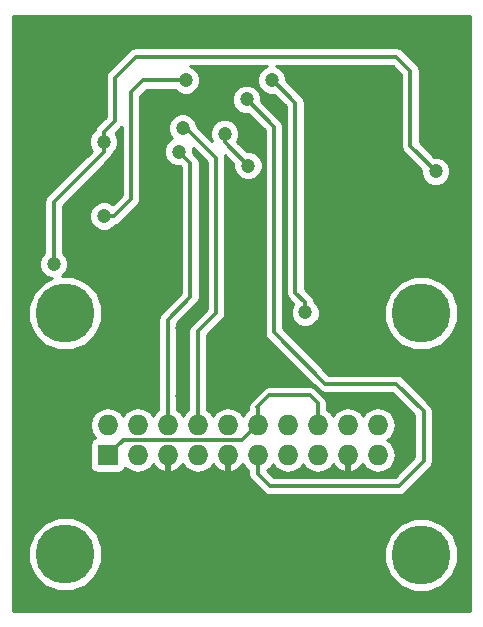
<source format=gbr>
G04 #@! TF.FileFunction,Copper,L2,Bot,Signal*
%FSLAX46Y46*%
G04 Gerber Fmt 4.6, Leading zero omitted, Abs format (unit mm)*
G04 Created by KiCad (PCBNEW 4.0.6) date 07/10/17 07:09:45*
%MOMM*%
%LPD*%
G01*
G04 APERTURE LIST*
%ADD10C,0.100000*%
%ADD11C,5.000000*%
%ADD12R,1.727200X1.727200*%
%ADD13O,1.727200X1.727200*%
%ADD14C,1.200000*%
%ADD15C,0.300000*%
%ADD16C,0.254000*%
G04 APERTURE END LIST*
D10*
D11*
X164590000Y-144750000D03*
X134450000Y-144690000D03*
D12*
X138060000Y-136280000D03*
D13*
X138060000Y-133740000D03*
X140600000Y-136280000D03*
X140600000Y-133740000D03*
X143140000Y-136280000D03*
X143140000Y-133740000D03*
X145680000Y-136280000D03*
X145680000Y-133740000D03*
X148220000Y-136280000D03*
X148220000Y-133740000D03*
X150760000Y-136280000D03*
X150760000Y-133740000D03*
X153300000Y-136280000D03*
X153300000Y-133740000D03*
X155840000Y-136280000D03*
X155840000Y-133740000D03*
X158380000Y-136280000D03*
X158380000Y-133740000D03*
X160920000Y-136280000D03*
X160920000Y-133740000D03*
D11*
X164590000Y-124280000D03*
X134450000Y-124280000D03*
D14*
X147960000Y-109090000D03*
X149940000Y-111770000D03*
X152540000Y-141430000D03*
X150170000Y-141390000D03*
X147900000Y-141390000D03*
X145470000Y-141380000D03*
X143160000Y-141380000D03*
X144360000Y-131290000D03*
X144360000Y-125540000D03*
X141400000Y-127760000D03*
X140160000Y-128960000D03*
X141250000Y-118180000D03*
X141250000Y-119780000D03*
X136430000Y-131870000D03*
X136400000Y-130360000D03*
X132500000Y-130360000D03*
X159290000Y-122310000D03*
X157220000Y-122310000D03*
X157220000Y-120620000D03*
X159290000Y-120620000D03*
X159290000Y-116670000D03*
X157790000Y-116670000D03*
X167850000Y-104850000D03*
X149260000Y-100960000D03*
X167850000Y-102880000D03*
X167850000Y-100960000D03*
X166010000Y-99800000D03*
X163470000Y-99800000D03*
X160320000Y-99800000D03*
X150250000Y-99800000D03*
X147720000Y-99800000D03*
X130890000Y-104850000D03*
X130890000Y-102880000D03*
X130890000Y-100960000D03*
X132420000Y-99800000D03*
X134560000Y-99800000D03*
X136620000Y-99800000D03*
X138220000Y-102480000D03*
X144060000Y-110590000D03*
X144390000Y-108600000D03*
X149810000Y-106170000D03*
X151940000Y-104530000D03*
X154770000Y-124210000D03*
X165810000Y-112250000D03*
X133480000Y-120100000D03*
X137730000Y-109760000D03*
X144660000Y-104540000D03*
X137730000Y-116050000D03*
D15*
X147960000Y-109790000D02*
X147960000Y-109090000D01*
X149940000Y-111770000D02*
X147960000Y-109790000D01*
X150170000Y-141390000D02*
X152500000Y-141390000D01*
X152500000Y-141390000D02*
X152540000Y-141430000D01*
X145470000Y-141380000D02*
X147890000Y-141380000D01*
X147890000Y-141380000D02*
X147900000Y-141390000D01*
X143160000Y-137521314D02*
X143160000Y-141380000D01*
X143140000Y-136280000D02*
X143140000Y-137501314D01*
X143140000Y-137501314D02*
X143160000Y-137521314D01*
X144360000Y-125540000D02*
X144360000Y-131270000D01*
X144360000Y-131270000D02*
X144340000Y-131290000D01*
X137268528Y-130380000D02*
X138740000Y-130380000D01*
X138740000Y-130380000D02*
X140160000Y-128960000D01*
X136400000Y-130360000D02*
X137248528Y-130360000D01*
X137248528Y-130360000D02*
X137268528Y-130380000D01*
X134860000Y-129520000D02*
X141250000Y-123130000D01*
X141250000Y-123130000D02*
X141250000Y-119780000D01*
X134860000Y-131460000D02*
X134860000Y-129520000D01*
X135270000Y-131870000D02*
X134860000Y-131460000D01*
X136430000Y-131870000D02*
X135270000Y-131870000D01*
X133378528Y-130330000D02*
X136370000Y-130330000D01*
X136370000Y-130330000D02*
X136400000Y-130360000D01*
X132500000Y-130360000D02*
X133348528Y-130360000D01*
X133348528Y-130360000D02*
X133378528Y-130330000D01*
X158068528Y-122310000D02*
X159390000Y-122310000D01*
X157220000Y-122310000D02*
X158068528Y-122310000D01*
X159290000Y-117518528D02*
X159290000Y-120620000D01*
X159290000Y-116670000D02*
X159290000Y-117518528D01*
X157790000Y-116640000D02*
X159260000Y-116640000D01*
X159260000Y-116640000D02*
X159290000Y-116670000D01*
X167850000Y-103010000D02*
X167850000Y-105030000D01*
X167850000Y-100910000D02*
X167850000Y-103010000D01*
X163470000Y-99800000D02*
X166010000Y-99800000D01*
X150250000Y-99760000D02*
X160260000Y-99760000D01*
X160260000Y-99760000D02*
X160320000Y-99820000D01*
X136620000Y-99820000D02*
X147660000Y-99820000D01*
X147660000Y-99820000D02*
X147720000Y-99760000D01*
X130890000Y-100960000D02*
X130890000Y-102850000D01*
X130890000Y-102850000D02*
X130860000Y-102880000D01*
X133711472Y-99800000D02*
X132420000Y-99800000D01*
X134560000Y-99800000D02*
X133711472Y-99800000D01*
X138220000Y-102480000D02*
X136620000Y-100880000D01*
X136620000Y-100880000D02*
X136620000Y-99820000D01*
X150736399Y-133713601D02*
X149410000Y-135040000D01*
X139040000Y-135340000D02*
X139000000Y-135340000D01*
X149440000Y-135010000D02*
X139320000Y-135010000D01*
X139313601Y-135066399D02*
X139040000Y-135340000D01*
X139000000Y-135340000D02*
X138060000Y-136280000D01*
X150730000Y-132230000D02*
X150760000Y-132260000D01*
X150760000Y-132260000D02*
X150760000Y-133740000D01*
X151740000Y-131220000D02*
X150730000Y-132230000D01*
X155150000Y-131220000D02*
X151740000Y-131220000D01*
X155840000Y-131910000D02*
X155150000Y-131220000D01*
X155840000Y-133740000D02*
X155840000Y-131910000D01*
X143140000Y-133740000D02*
X143140000Y-124810000D01*
X145060000Y-111590000D02*
X144060000Y-110590000D01*
X145060000Y-122890000D02*
X145060000Y-111590000D01*
X143140000Y-124810000D02*
X145060000Y-122890000D01*
X145680000Y-133740000D02*
X145680000Y-125820000D01*
X144670000Y-108600000D02*
X144390000Y-108600000D01*
X147220000Y-111150000D02*
X144670000Y-108600000D01*
X147220000Y-124280000D02*
X147220000Y-111150000D01*
X145680000Y-125820000D02*
X147220000Y-124280000D01*
X149810000Y-106170000D02*
X152120000Y-108480000D01*
X156490000Y-130250000D02*
X162480000Y-130250000D01*
X152120000Y-108480000D02*
X152120000Y-125880000D01*
X152120000Y-125880000D02*
X156490000Y-130250000D01*
X162480000Y-130250000D02*
X164800000Y-132570000D01*
X164800000Y-132570000D02*
X164800000Y-136800000D01*
X164800000Y-136800000D02*
X162690000Y-138910000D01*
X162690000Y-138910000D02*
X151810000Y-138910000D01*
X151810000Y-138910000D02*
X150760000Y-137860000D01*
X150760000Y-137860000D02*
X150760000Y-136280000D01*
X153950000Y-106440000D02*
X152040000Y-104530000D01*
X152040000Y-104530000D02*
X151940000Y-104530000D01*
X153950000Y-122541472D02*
X153950000Y-106440000D01*
X154770000Y-124210000D02*
X154770000Y-123361472D01*
X154770000Y-123361472D02*
X153950000Y-122541472D01*
X137730000Y-109760000D02*
X137730000Y-108911472D01*
X138660000Y-107981472D02*
X138660000Y-104340000D01*
X137730000Y-108911472D02*
X138660000Y-107981472D01*
X138660000Y-104340000D02*
X140440000Y-102560000D01*
X140440000Y-102560000D02*
X162500000Y-102560000D01*
X162500000Y-102560000D02*
X163680000Y-103740000D01*
X163680000Y-103740000D02*
X163680000Y-110120000D01*
X163680000Y-110120000D02*
X165810000Y-112250000D01*
X133480000Y-114858528D02*
X133480000Y-120100000D01*
X137730000Y-109760000D02*
X137730000Y-110608528D01*
X137730000Y-110608528D02*
X133480000Y-114858528D01*
X141030000Y-104570000D02*
X144630000Y-104570000D01*
X144630000Y-104570000D02*
X144660000Y-104540000D01*
X140018528Y-105581472D02*
X141030000Y-104570000D01*
X140018528Y-114610000D02*
X140018528Y-105581472D01*
X137730000Y-116050000D02*
X138578528Y-116050000D01*
X138578528Y-116050000D02*
X140018528Y-114610000D01*
D16*
G36*
X168760000Y-99116651D02*
X168760000Y-149450000D01*
X130040000Y-149450000D01*
X130040000Y-149190000D01*
X130039005Y-149185000D01*
X130040000Y-149180000D01*
X130040000Y-145310854D01*
X131314457Y-145310854D01*
X131790727Y-146463515D01*
X132671847Y-147346174D01*
X133823674Y-147824454D01*
X135070854Y-147825543D01*
X136223515Y-147349273D01*
X137106174Y-146468153D01*
X137561812Y-145370854D01*
X161454457Y-145370854D01*
X161930727Y-146523515D01*
X162811847Y-147406174D01*
X163963674Y-147884454D01*
X165210854Y-147885543D01*
X166363515Y-147409273D01*
X167246174Y-146528153D01*
X167724454Y-145376326D01*
X167725543Y-144129146D01*
X167249273Y-142976485D01*
X166368153Y-142093826D01*
X165216326Y-141615546D01*
X163969146Y-141614457D01*
X162816485Y-142090727D01*
X161933826Y-142971847D01*
X161455546Y-144123674D01*
X161454457Y-145370854D01*
X137561812Y-145370854D01*
X137584454Y-145316326D01*
X137585543Y-144069146D01*
X137109273Y-142916485D01*
X136228153Y-142033826D01*
X135076326Y-141555546D01*
X133829146Y-141554457D01*
X132676485Y-142030727D01*
X131793826Y-142911847D01*
X131315546Y-144063674D01*
X131314457Y-145310854D01*
X130040000Y-145310854D01*
X130040000Y-133740000D01*
X136532041Y-133740000D01*
X136646115Y-134313489D01*
X136970971Y-134799670D01*
X136984642Y-134808805D01*
X136961083Y-134813238D01*
X136744959Y-134952310D01*
X136599969Y-135164510D01*
X136548960Y-135416400D01*
X136548960Y-137143600D01*
X136593238Y-137378917D01*
X136732310Y-137595041D01*
X136944510Y-137740031D01*
X137196400Y-137791040D01*
X138923600Y-137791040D01*
X139158917Y-137746762D01*
X139375041Y-137607690D01*
X139520031Y-137395490D01*
X139528908Y-137351655D01*
X139997152Y-137664526D01*
X140570641Y-137778600D01*
X140629359Y-137778600D01*
X141202848Y-137664526D01*
X141689029Y-137339670D01*
X141869992Y-137068839D01*
X142251510Y-137486821D01*
X142780973Y-137734968D01*
X143013000Y-137614469D01*
X143013000Y-136407000D01*
X142993000Y-136407000D01*
X142993000Y-136153000D01*
X143013000Y-136153000D01*
X143013000Y-136133000D01*
X143267000Y-136133000D01*
X143267000Y-136153000D01*
X143287000Y-136153000D01*
X143287000Y-136407000D01*
X143267000Y-136407000D01*
X143267000Y-137614469D01*
X143499027Y-137734968D01*
X144028490Y-137486821D01*
X144410008Y-137068839D01*
X144590971Y-137339670D01*
X145077152Y-137664526D01*
X145650641Y-137778600D01*
X145709359Y-137778600D01*
X146282848Y-137664526D01*
X146769029Y-137339670D01*
X146949992Y-137068839D01*
X147331510Y-137486821D01*
X147860973Y-137734968D01*
X148093000Y-137614469D01*
X148093000Y-136407000D01*
X148073000Y-136407000D01*
X148073000Y-136153000D01*
X148093000Y-136153000D01*
X148093000Y-136133000D01*
X148347000Y-136133000D01*
X148347000Y-136153000D01*
X148367000Y-136153000D01*
X148367000Y-136407000D01*
X148347000Y-136407000D01*
X148347000Y-137614469D01*
X148579027Y-137734968D01*
X149108490Y-137486821D01*
X149490008Y-137068839D01*
X149670971Y-137339670D01*
X149975000Y-137542816D01*
X149975000Y-137860000D01*
X150034755Y-138160407D01*
X150204921Y-138415079D01*
X151254921Y-139465079D01*
X151509593Y-139635245D01*
X151810000Y-139695000D01*
X162690000Y-139695000D01*
X162990407Y-139635245D01*
X163245079Y-139465079D01*
X165355079Y-137355079D01*
X165525245Y-137100406D01*
X165585001Y-136800000D01*
X165585000Y-136799995D01*
X165585000Y-132570000D01*
X165525245Y-132269594D01*
X165355079Y-132014921D01*
X165355076Y-132014919D01*
X163035079Y-129694921D01*
X162780407Y-129524755D01*
X162480000Y-129465000D01*
X156815158Y-129465000D01*
X152905000Y-125554842D01*
X152905000Y-108480000D01*
X152880413Y-108356393D01*
X152845245Y-108179593D01*
X152675079Y-107924921D01*
X151044892Y-106294734D01*
X151045214Y-105925421D01*
X150857592Y-105471343D01*
X150510485Y-105123629D01*
X150056734Y-104935215D01*
X149565421Y-104934786D01*
X149111343Y-105122408D01*
X148763629Y-105469515D01*
X148575215Y-105923266D01*
X148574786Y-106414579D01*
X148762408Y-106868657D01*
X149109515Y-107216371D01*
X149563266Y-107404785D01*
X149934952Y-107405110D01*
X151335000Y-108805158D01*
X151335000Y-125880000D01*
X151394755Y-126180407D01*
X151564921Y-126435079D01*
X155934921Y-130805079D01*
X156189593Y-130975245D01*
X156490000Y-131035000D01*
X162154842Y-131035000D01*
X164015000Y-132895157D01*
X164015000Y-136474842D01*
X162364842Y-138125000D01*
X152135158Y-138125000D01*
X151549780Y-137539622D01*
X151849029Y-137339670D01*
X152030000Y-137068828D01*
X152210971Y-137339670D01*
X152697152Y-137664526D01*
X153270641Y-137778600D01*
X153329359Y-137778600D01*
X153902848Y-137664526D01*
X154389029Y-137339670D01*
X154570000Y-137068828D01*
X154750971Y-137339670D01*
X155237152Y-137664526D01*
X155810641Y-137778600D01*
X155869359Y-137778600D01*
X156442848Y-137664526D01*
X156929029Y-137339670D01*
X157109992Y-137068839D01*
X157491510Y-137486821D01*
X158020973Y-137734968D01*
X158253000Y-137614469D01*
X158253000Y-136407000D01*
X158233000Y-136407000D01*
X158233000Y-136153000D01*
X158253000Y-136153000D01*
X158253000Y-136133000D01*
X158507000Y-136133000D01*
X158507000Y-136153000D01*
X158527000Y-136153000D01*
X158527000Y-136407000D01*
X158507000Y-136407000D01*
X158507000Y-137614469D01*
X158739027Y-137734968D01*
X159268490Y-137486821D01*
X159650008Y-137068839D01*
X159830971Y-137339670D01*
X160317152Y-137664526D01*
X160890641Y-137778600D01*
X160949359Y-137778600D01*
X161522848Y-137664526D01*
X162009029Y-137339670D01*
X162333885Y-136853489D01*
X162447959Y-136280000D01*
X162333885Y-135706511D01*
X162009029Y-135220330D01*
X161694248Y-135010000D01*
X162009029Y-134799670D01*
X162333885Y-134313489D01*
X162447959Y-133740000D01*
X162333885Y-133166511D01*
X162009029Y-132680330D01*
X161522848Y-132355474D01*
X160949359Y-132241400D01*
X160890641Y-132241400D01*
X160317152Y-132355474D01*
X159830971Y-132680330D01*
X159650000Y-132951172D01*
X159469029Y-132680330D01*
X158982848Y-132355474D01*
X158409359Y-132241400D01*
X158350641Y-132241400D01*
X157777152Y-132355474D01*
X157290971Y-132680330D01*
X157110000Y-132951172D01*
X156929029Y-132680330D01*
X156625000Y-132477184D01*
X156625000Y-131910000D01*
X156584207Y-131704921D01*
X156565245Y-131609593D01*
X156395079Y-131354921D01*
X155705079Y-130664921D01*
X155450407Y-130494755D01*
X155150000Y-130435000D01*
X151740000Y-130435000D01*
X151439594Y-130494755D01*
X151184921Y-130664921D01*
X150174921Y-131674921D01*
X150004755Y-131929593D01*
X149945000Y-132230000D01*
X149975000Y-132380819D01*
X149975000Y-132477184D01*
X149670971Y-132680330D01*
X149490000Y-132951172D01*
X149309029Y-132680330D01*
X148822848Y-132355474D01*
X148249359Y-132241400D01*
X148190641Y-132241400D01*
X147617152Y-132355474D01*
X147130971Y-132680330D01*
X146950000Y-132951172D01*
X146769029Y-132680330D01*
X146465000Y-132477184D01*
X146465000Y-126145158D01*
X147775079Y-124835079D01*
X147945245Y-124580406D01*
X148005000Y-124280000D01*
X148005000Y-111150005D01*
X148005001Y-111150000D01*
X147954137Y-110894295D01*
X148705108Y-111645266D01*
X148704786Y-112014579D01*
X148892408Y-112468657D01*
X149239515Y-112816371D01*
X149693266Y-113004785D01*
X150184579Y-113005214D01*
X150638657Y-112817592D01*
X150986371Y-112470485D01*
X151174785Y-112016734D01*
X151175214Y-111525421D01*
X150987592Y-111071343D01*
X150640485Y-110723629D01*
X150186734Y-110535215D01*
X149815048Y-110534890D01*
X149025229Y-109745071D01*
X149194785Y-109336734D01*
X149195214Y-108845421D01*
X149007592Y-108391343D01*
X148660485Y-108043629D01*
X148206734Y-107855215D01*
X147715421Y-107854786D01*
X147261343Y-108042408D01*
X146913629Y-108389515D01*
X146725215Y-108843266D01*
X146724786Y-109334579D01*
X146872690Y-109692532D01*
X145625136Y-108444978D01*
X145625214Y-108355421D01*
X145437592Y-107901343D01*
X145090485Y-107553629D01*
X144636734Y-107365215D01*
X144145421Y-107364786D01*
X143691343Y-107552408D01*
X143343629Y-107899515D01*
X143155215Y-108353266D01*
X143154786Y-108844579D01*
X143342408Y-109298657D01*
X143520207Y-109476767D01*
X143361343Y-109542408D01*
X143013629Y-109889515D01*
X142825215Y-110343266D01*
X142824786Y-110834579D01*
X143012408Y-111288657D01*
X143359515Y-111636371D01*
X143813266Y-111824785D01*
X144184952Y-111825110D01*
X144275000Y-111915158D01*
X144275000Y-122564842D01*
X142584921Y-124254921D01*
X142414755Y-124509593D01*
X142414755Y-124509594D01*
X142355000Y-124810000D01*
X142355000Y-132477184D01*
X142050971Y-132680330D01*
X141870000Y-132951172D01*
X141689029Y-132680330D01*
X141202848Y-132355474D01*
X140629359Y-132241400D01*
X140570641Y-132241400D01*
X139997152Y-132355474D01*
X139510971Y-132680330D01*
X139330000Y-132951172D01*
X139149029Y-132680330D01*
X138662848Y-132355474D01*
X138089359Y-132241400D01*
X138030641Y-132241400D01*
X137457152Y-132355474D01*
X136970971Y-132680330D01*
X136646115Y-133166511D01*
X136532041Y-133740000D01*
X130040000Y-133740000D01*
X130040000Y-124900854D01*
X131314457Y-124900854D01*
X131790727Y-126053515D01*
X132671847Y-126936174D01*
X133823674Y-127414454D01*
X135070854Y-127415543D01*
X136223515Y-126939273D01*
X137106174Y-126058153D01*
X137584454Y-124906326D01*
X137585543Y-123659146D01*
X137109273Y-122506485D01*
X136228153Y-121623826D01*
X135076326Y-121145546D01*
X134181489Y-121144765D01*
X134526371Y-120800485D01*
X134714785Y-120346734D01*
X134715214Y-119855421D01*
X134527592Y-119401343D01*
X134265000Y-119138292D01*
X134265000Y-115183686D01*
X138285079Y-111163607D01*
X138455245Y-110908934D01*
X138486986Y-110749365D01*
X138776371Y-110460485D01*
X138964785Y-110006734D01*
X138965214Y-109515421D01*
X138777592Y-109061343D01*
X138733978Y-109017652D01*
X139215079Y-108536551D01*
X139233528Y-108508940D01*
X139233528Y-114284843D01*
X138472576Y-115045794D01*
X138430485Y-115003629D01*
X137976734Y-114815215D01*
X137485421Y-114814786D01*
X137031343Y-115002408D01*
X136683629Y-115349515D01*
X136495215Y-115803266D01*
X136494786Y-116294579D01*
X136682408Y-116748657D01*
X137029515Y-117096371D01*
X137483266Y-117284785D01*
X137974579Y-117285214D01*
X138428657Y-117097592D01*
X138719873Y-116806885D01*
X138878935Y-116775245D01*
X139133607Y-116605079D01*
X140573604Y-115165081D01*
X140573607Y-115165079D01*
X140743773Y-114910406D01*
X140762793Y-114814786D01*
X140803529Y-114610000D01*
X140803528Y-114609995D01*
X140803528Y-105906630D01*
X141355158Y-105355000D01*
X143728548Y-105355000D01*
X143959515Y-105586371D01*
X144413266Y-105774785D01*
X144904579Y-105775214D01*
X145358657Y-105587592D01*
X145706371Y-105240485D01*
X145894785Y-104786734D01*
X145895214Y-104295421D01*
X145707592Y-103841343D01*
X145360485Y-103493629D01*
X145002547Y-103345000D01*
X151573894Y-103345000D01*
X151241343Y-103482408D01*
X150893629Y-103829515D01*
X150705215Y-104283266D01*
X150704786Y-104774579D01*
X150892408Y-105228657D01*
X151239515Y-105576371D01*
X151693266Y-105764785D01*
X152165039Y-105765197D01*
X153165000Y-106765158D01*
X153165000Y-122541472D01*
X153224755Y-122841879D01*
X153394921Y-123096551D01*
X153765794Y-123467424D01*
X153723629Y-123509515D01*
X153535215Y-123963266D01*
X153534786Y-124454579D01*
X153722408Y-124908657D01*
X154069515Y-125256371D01*
X154523266Y-125444785D01*
X155014579Y-125445214D01*
X155468657Y-125257592D01*
X155816371Y-124910485D01*
X155820370Y-124900854D01*
X161454457Y-124900854D01*
X161930727Y-126053515D01*
X162811847Y-126936174D01*
X163963674Y-127414454D01*
X165210854Y-127415543D01*
X166363515Y-126939273D01*
X167246174Y-126058153D01*
X167724454Y-124906326D01*
X167725543Y-123659146D01*
X167249273Y-122506485D01*
X166368153Y-121623826D01*
X165216326Y-121145546D01*
X163969146Y-121144457D01*
X162816485Y-121620727D01*
X161933826Y-122501847D01*
X161455546Y-123653674D01*
X161454457Y-124900854D01*
X155820370Y-124900854D01*
X156004785Y-124456734D01*
X156005214Y-123965421D01*
X155817592Y-123511343D01*
X155526885Y-123220127D01*
X155515403Y-123162408D01*
X155495245Y-123061065D01*
X155325079Y-122806393D01*
X154735000Y-122216314D01*
X154735000Y-106440000D01*
X154675245Y-106139594D01*
X154505079Y-105884921D01*
X153174979Y-104554821D01*
X153175214Y-104285421D01*
X152987592Y-103831343D01*
X152640485Y-103483629D01*
X152306630Y-103345000D01*
X162174842Y-103345000D01*
X162895000Y-104065158D01*
X162895000Y-110120000D01*
X162954755Y-110420407D01*
X163124921Y-110675079D01*
X164575108Y-112125266D01*
X164574786Y-112494579D01*
X164762408Y-112948657D01*
X165109515Y-113296371D01*
X165563266Y-113484785D01*
X166054579Y-113485214D01*
X166508657Y-113297592D01*
X166856371Y-112950485D01*
X167044785Y-112496734D01*
X167045214Y-112005421D01*
X166857592Y-111551343D01*
X166510485Y-111203629D01*
X166056734Y-111015215D01*
X165685048Y-111014890D01*
X164465000Y-109794842D01*
X164465000Y-103740000D01*
X164415993Y-103493629D01*
X164405245Y-103439593D01*
X164235079Y-103184921D01*
X163055079Y-102004921D01*
X162800407Y-101834755D01*
X162500000Y-101775000D01*
X140440000Y-101775000D01*
X140139593Y-101834755D01*
X139884921Y-102004921D01*
X138104921Y-103784921D01*
X137934755Y-104039593D01*
X137884296Y-104293266D01*
X137875000Y-104340000D01*
X137875000Y-107656314D01*
X137174921Y-108356393D01*
X137004755Y-108611065D01*
X136973014Y-108770635D01*
X136683629Y-109059515D01*
X136495215Y-109513266D01*
X136494786Y-110004579D01*
X136682408Y-110458657D01*
X136726022Y-110502348D01*
X132924921Y-114303449D01*
X132754755Y-114558121D01*
X132754755Y-114558122D01*
X132695000Y-114858528D01*
X132695000Y-119138600D01*
X132433629Y-119399515D01*
X132245215Y-119853266D01*
X132244786Y-120344579D01*
X132432408Y-120798657D01*
X132779515Y-121146371D01*
X133233266Y-121334785D01*
X133368232Y-121334903D01*
X132676485Y-121620727D01*
X131793826Y-122501847D01*
X131315546Y-123653674D01*
X131314457Y-124900854D01*
X130040000Y-124900854D01*
X130040000Y-99097334D01*
X168760000Y-99116651D01*
X168760000Y-99116651D01*
G37*
X168760000Y-99116651D02*
X168760000Y-149450000D01*
X130040000Y-149450000D01*
X130040000Y-149190000D01*
X130039005Y-149185000D01*
X130040000Y-149180000D01*
X130040000Y-145310854D01*
X131314457Y-145310854D01*
X131790727Y-146463515D01*
X132671847Y-147346174D01*
X133823674Y-147824454D01*
X135070854Y-147825543D01*
X136223515Y-147349273D01*
X137106174Y-146468153D01*
X137561812Y-145370854D01*
X161454457Y-145370854D01*
X161930727Y-146523515D01*
X162811847Y-147406174D01*
X163963674Y-147884454D01*
X165210854Y-147885543D01*
X166363515Y-147409273D01*
X167246174Y-146528153D01*
X167724454Y-145376326D01*
X167725543Y-144129146D01*
X167249273Y-142976485D01*
X166368153Y-142093826D01*
X165216326Y-141615546D01*
X163969146Y-141614457D01*
X162816485Y-142090727D01*
X161933826Y-142971847D01*
X161455546Y-144123674D01*
X161454457Y-145370854D01*
X137561812Y-145370854D01*
X137584454Y-145316326D01*
X137585543Y-144069146D01*
X137109273Y-142916485D01*
X136228153Y-142033826D01*
X135076326Y-141555546D01*
X133829146Y-141554457D01*
X132676485Y-142030727D01*
X131793826Y-142911847D01*
X131315546Y-144063674D01*
X131314457Y-145310854D01*
X130040000Y-145310854D01*
X130040000Y-133740000D01*
X136532041Y-133740000D01*
X136646115Y-134313489D01*
X136970971Y-134799670D01*
X136984642Y-134808805D01*
X136961083Y-134813238D01*
X136744959Y-134952310D01*
X136599969Y-135164510D01*
X136548960Y-135416400D01*
X136548960Y-137143600D01*
X136593238Y-137378917D01*
X136732310Y-137595041D01*
X136944510Y-137740031D01*
X137196400Y-137791040D01*
X138923600Y-137791040D01*
X139158917Y-137746762D01*
X139375041Y-137607690D01*
X139520031Y-137395490D01*
X139528908Y-137351655D01*
X139997152Y-137664526D01*
X140570641Y-137778600D01*
X140629359Y-137778600D01*
X141202848Y-137664526D01*
X141689029Y-137339670D01*
X141869992Y-137068839D01*
X142251510Y-137486821D01*
X142780973Y-137734968D01*
X143013000Y-137614469D01*
X143013000Y-136407000D01*
X142993000Y-136407000D01*
X142993000Y-136153000D01*
X143013000Y-136153000D01*
X143013000Y-136133000D01*
X143267000Y-136133000D01*
X143267000Y-136153000D01*
X143287000Y-136153000D01*
X143287000Y-136407000D01*
X143267000Y-136407000D01*
X143267000Y-137614469D01*
X143499027Y-137734968D01*
X144028490Y-137486821D01*
X144410008Y-137068839D01*
X144590971Y-137339670D01*
X145077152Y-137664526D01*
X145650641Y-137778600D01*
X145709359Y-137778600D01*
X146282848Y-137664526D01*
X146769029Y-137339670D01*
X146949992Y-137068839D01*
X147331510Y-137486821D01*
X147860973Y-137734968D01*
X148093000Y-137614469D01*
X148093000Y-136407000D01*
X148073000Y-136407000D01*
X148073000Y-136153000D01*
X148093000Y-136153000D01*
X148093000Y-136133000D01*
X148347000Y-136133000D01*
X148347000Y-136153000D01*
X148367000Y-136153000D01*
X148367000Y-136407000D01*
X148347000Y-136407000D01*
X148347000Y-137614469D01*
X148579027Y-137734968D01*
X149108490Y-137486821D01*
X149490008Y-137068839D01*
X149670971Y-137339670D01*
X149975000Y-137542816D01*
X149975000Y-137860000D01*
X150034755Y-138160407D01*
X150204921Y-138415079D01*
X151254921Y-139465079D01*
X151509593Y-139635245D01*
X151810000Y-139695000D01*
X162690000Y-139695000D01*
X162990407Y-139635245D01*
X163245079Y-139465079D01*
X165355079Y-137355079D01*
X165525245Y-137100406D01*
X165585001Y-136800000D01*
X165585000Y-136799995D01*
X165585000Y-132570000D01*
X165525245Y-132269594D01*
X165355079Y-132014921D01*
X165355076Y-132014919D01*
X163035079Y-129694921D01*
X162780407Y-129524755D01*
X162480000Y-129465000D01*
X156815158Y-129465000D01*
X152905000Y-125554842D01*
X152905000Y-108480000D01*
X152880413Y-108356393D01*
X152845245Y-108179593D01*
X152675079Y-107924921D01*
X151044892Y-106294734D01*
X151045214Y-105925421D01*
X150857592Y-105471343D01*
X150510485Y-105123629D01*
X150056734Y-104935215D01*
X149565421Y-104934786D01*
X149111343Y-105122408D01*
X148763629Y-105469515D01*
X148575215Y-105923266D01*
X148574786Y-106414579D01*
X148762408Y-106868657D01*
X149109515Y-107216371D01*
X149563266Y-107404785D01*
X149934952Y-107405110D01*
X151335000Y-108805158D01*
X151335000Y-125880000D01*
X151394755Y-126180407D01*
X151564921Y-126435079D01*
X155934921Y-130805079D01*
X156189593Y-130975245D01*
X156490000Y-131035000D01*
X162154842Y-131035000D01*
X164015000Y-132895157D01*
X164015000Y-136474842D01*
X162364842Y-138125000D01*
X152135158Y-138125000D01*
X151549780Y-137539622D01*
X151849029Y-137339670D01*
X152030000Y-137068828D01*
X152210971Y-137339670D01*
X152697152Y-137664526D01*
X153270641Y-137778600D01*
X153329359Y-137778600D01*
X153902848Y-137664526D01*
X154389029Y-137339670D01*
X154570000Y-137068828D01*
X154750971Y-137339670D01*
X155237152Y-137664526D01*
X155810641Y-137778600D01*
X155869359Y-137778600D01*
X156442848Y-137664526D01*
X156929029Y-137339670D01*
X157109992Y-137068839D01*
X157491510Y-137486821D01*
X158020973Y-137734968D01*
X158253000Y-137614469D01*
X158253000Y-136407000D01*
X158233000Y-136407000D01*
X158233000Y-136153000D01*
X158253000Y-136153000D01*
X158253000Y-136133000D01*
X158507000Y-136133000D01*
X158507000Y-136153000D01*
X158527000Y-136153000D01*
X158527000Y-136407000D01*
X158507000Y-136407000D01*
X158507000Y-137614469D01*
X158739027Y-137734968D01*
X159268490Y-137486821D01*
X159650008Y-137068839D01*
X159830971Y-137339670D01*
X160317152Y-137664526D01*
X160890641Y-137778600D01*
X160949359Y-137778600D01*
X161522848Y-137664526D01*
X162009029Y-137339670D01*
X162333885Y-136853489D01*
X162447959Y-136280000D01*
X162333885Y-135706511D01*
X162009029Y-135220330D01*
X161694248Y-135010000D01*
X162009029Y-134799670D01*
X162333885Y-134313489D01*
X162447959Y-133740000D01*
X162333885Y-133166511D01*
X162009029Y-132680330D01*
X161522848Y-132355474D01*
X160949359Y-132241400D01*
X160890641Y-132241400D01*
X160317152Y-132355474D01*
X159830971Y-132680330D01*
X159650000Y-132951172D01*
X159469029Y-132680330D01*
X158982848Y-132355474D01*
X158409359Y-132241400D01*
X158350641Y-132241400D01*
X157777152Y-132355474D01*
X157290971Y-132680330D01*
X157110000Y-132951172D01*
X156929029Y-132680330D01*
X156625000Y-132477184D01*
X156625000Y-131910000D01*
X156584207Y-131704921D01*
X156565245Y-131609593D01*
X156395079Y-131354921D01*
X155705079Y-130664921D01*
X155450407Y-130494755D01*
X155150000Y-130435000D01*
X151740000Y-130435000D01*
X151439594Y-130494755D01*
X151184921Y-130664921D01*
X150174921Y-131674921D01*
X150004755Y-131929593D01*
X149945000Y-132230000D01*
X149975000Y-132380819D01*
X149975000Y-132477184D01*
X149670971Y-132680330D01*
X149490000Y-132951172D01*
X149309029Y-132680330D01*
X148822848Y-132355474D01*
X148249359Y-132241400D01*
X148190641Y-132241400D01*
X147617152Y-132355474D01*
X147130971Y-132680330D01*
X146950000Y-132951172D01*
X146769029Y-132680330D01*
X146465000Y-132477184D01*
X146465000Y-126145158D01*
X147775079Y-124835079D01*
X147945245Y-124580406D01*
X148005000Y-124280000D01*
X148005000Y-111150005D01*
X148005001Y-111150000D01*
X147954137Y-110894295D01*
X148705108Y-111645266D01*
X148704786Y-112014579D01*
X148892408Y-112468657D01*
X149239515Y-112816371D01*
X149693266Y-113004785D01*
X150184579Y-113005214D01*
X150638657Y-112817592D01*
X150986371Y-112470485D01*
X151174785Y-112016734D01*
X151175214Y-111525421D01*
X150987592Y-111071343D01*
X150640485Y-110723629D01*
X150186734Y-110535215D01*
X149815048Y-110534890D01*
X149025229Y-109745071D01*
X149194785Y-109336734D01*
X149195214Y-108845421D01*
X149007592Y-108391343D01*
X148660485Y-108043629D01*
X148206734Y-107855215D01*
X147715421Y-107854786D01*
X147261343Y-108042408D01*
X146913629Y-108389515D01*
X146725215Y-108843266D01*
X146724786Y-109334579D01*
X146872690Y-109692532D01*
X145625136Y-108444978D01*
X145625214Y-108355421D01*
X145437592Y-107901343D01*
X145090485Y-107553629D01*
X144636734Y-107365215D01*
X144145421Y-107364786D01*
X143691343Y-107552408D01*
X143343629Y-107899515D01*
X143155215Y-108353266D01*
X143154786Y-108844579D01*
X143342408Y-109298657D01*
X143520207Y-109476767D01*
X143361343Y-109542408D01*
X143013629Y-109889515D01*
X142825215Y-110343266D01*
X142824786Y-110834579D01*
X143012408Y-111288657D01*
X143359515Y-111636371D01*
X143813266Y-111824785D01*
X144184952Y-111825110D01*
X144275000Y-111915158D01*
X144275000Y-122564842D01*
X142584921Y-124254921D01*
X142414755Y-124509593D01*
X142414755Y-124509594D01*
X142355000Y-124810000D01*
X142355000Y-132477184D01*
X142050971Y-132680330D01*
X141870000Y-132951172D01*
X141689029Y-132680330D01*
X141202848Y-132355474D01*
X140629359Y-132241400D01*
X140570641Y-132241400D01*
X139997152Y-132355474D01*
X139510971Y-132680330D01*
X139330000Y-132951172D01*
X139149029Y-132680330D01*
X138662848Y-132355474D01*
X138089359Y-132241400D01*
X138030641Y-132241400D01*
X137457152Y-132355474D01*
X136970971Y-132680330D01*
X136646115Y-133166511D01*
X136532041Y-133740000D01*
X130040000Y-133740000D01*
X130040000Y-124900854D01*
X131314457Y-124900854D01*
X131790727Y-126053515D01*
X132671847Y-126936174D01*
X133823674Y-127414454D01*
X135070854Y-127415543D01*
X136223515Y-126939273D01*
X137106174Y-126058153D01*
X137584454Y-124906326D01*
X137585543Y-123659146D01*
X137109273Y-122506485D01*
X136228153Y-121623826D01*
X135076326Y-121145546D01*
X134181489Y-121144765D01*
X134526371Y-120800485D01*
X134714785Y-120346734D01*
X134715214Y-119855421D01*
X134527592Y-119401343D01*
X134265000Y-119138292D01*
X134265000Y-115183686D01*
X138285079Y-111163607D01*
X138455245Y-110908934D01*
X138486986Y-110749365D01*
X138776371Y-110460485D01*
X138964785Y-110006734D01*
X138965214Y-109515421D01*
X138777592Y-109061343D01*
X138733978Y-109017652D01*
X139215079Y-108536551D01*
X139233528Y-108508940D01*
X139233528Y-114284843D01*
X138472576Y-115045794D01*
X138430485Y-115003629D01*
X137976734Y-114815215D01*
X137485421Y-114814786D01*
X137031343Y-115002408D01*
X136683629Y-115349515D01*
X136495215Y-115803266D01*
X136494786Y-116294579D01*
X136682408Y-116748657D01*
X137029515Y-117096371D01*
X137483266Y-117284785D01*
X137974579Y-117285214D01*
X138428657Y-117097592D01*
X138719873Y-116806885D01*
X138878935Y-116775245D01*
X139133607Y-116605079D01*
X140573604Y-115165081D01*
X140573607Y-115165079D01*
X140743773Y-114910406D01*
X140762793Y-114814786D01*
X140803529Y-114610000D01*
X140803528Y-114609995D01*
X140803528Y-105906630D01*
X141355158Y-105355000D01*
X143728548Y-105355000D01*
X143959515Y-105586371D01*
X144413266Y-105774785D01*
X144904579Y-105775214D01*
X145358657Y-105587592D01*
X145706371Y-105240485D01*
X145894785Y-104786734D01*
X145895214Y-104295421D01*
X145707592Y-103841343D01*
X145360485Y-103493629D01*
X145002547Y-103345000D01*
X151573894Y-103345000D01*
X151241343Y-103482408D01*
X150893629Y-103829515D01*
X150705215Y-104283266D01*
X150704786Y-104774579D01*
X150892408Y-105228657D01*
X151239515Y-105576371D01*
X151693266Y-105764785D01*
X152165039Y-105765197D01*
X153165000Y-106765158D01*
X153165000Y-122541472D01*
X153224755Y-122841879D01*
X153394921Y-123096551D01*
X153765794Y-123467424D01*
X153723629Y-123509515D01*
X153535215Y-123963266D01*
X153534786Y-124454579D01*
X153722408Y-124908657D01*
X154069515Y-125256371D01*
X154523266Y-125444785D01*
X155014579Y-125445214D01*
X155468657Y-125257592D01*
X155816371Y-124910485D01*
X155820370Y-124900854D01*
X161454457Y-124900854D01*
X161930727Y-126053515D01*
X162811847Y-126936174D01*
X163963674Y-127414454D01*
X165210854Y-127415543D01*
X166363515Y-126939273D01*
X167246174Y-126058153D01*
X167724454Y-124906326D01*
X167725543Y-123659146D01*
X167249273Y-122506485D01*
X166368153Y-121623826D01*
X165216326Y-121145546D01*
X163969146Y-121144457D01*
X162816485Y-121620727D01*
X161933826Y-122501847D01*
X161455546Y-123653674D01*
X161454457Y-124900854D01*
X155820370Y-124900854D01*
X156004785Y-124456734D01*
X156005214Y-123965421D01*
X155817592Y-123511343D01*
X155526885Y-123220127D01*
X155515403Y-123162408D01*
X155495245Y-123061065D01*
X155325079Y-122806393D01*
X154735000Y-122216314D01*
X154735000Y-106440000D01*
X154675245Y-106139594D01*
X154505079Y-105884921D01*
X153174979Y-104554821D01*
X153175214Y-104285421D01*
X152987592Y-103831343D01*
X152640485Y-103483629D01*
X152306630Y-103345000D01*
X162174842Y-103345000D01*
X162895000Y-104065158D01*
X162895000Y-110120000D01*
X162954755Y-110420407D01*
X163124921Y-110675079D01*
X164575108Y-112125266D01*
X164574786Y-112494579D01*
X164762408Y-112948657D01*
X165109515Y-113296371D01*
X165563266Y-113484785D01*
X166054579Y-113485214D01*
X166508657Y-113297592D01*
X166856371Y-112950485D01*
X167044785Y-112496734D01*
X167045214Y-112005421D01*
X166857592Y-111551343D01*
X166510485Y-111203629D01*
X166056734Y-111015215D01*
X165685048Y-111014890D01*
X164465000Y-109794842D01*
X164465000Y-103740000D01*
X164415993Y-103493629D01*
X164405245Y-103439593D01*
X164235079Y-103184921D01*
X163055079Y-102004921D01*
X162800407Y-101834755D01*
X162500000Y-101775000D01*
X140440000Y-101775000D01*
X140139593Y-101834755D01*
X139884921Y-102004921D01*
X138104921Y-103784921D01*
X137934755Y-104039593D01*
X137884296Y-104293266D01*
X137875000Y-104340000D01*
X137875000Y-107656314D01*
X137174921Y-108356393D01*
X137004755Y-108611065D01*
X136973014Y-108770635D01*
X136683629Y-109059515D01*
X136495215Y-109513266D01*
X136494786Y-110004579D01*
X136682408Y-110458657D01*
X136726022Y-110502348D01*
X132924921Y-114303449D01*
X132754755Y-114558121D01*
X132754755Y-114558122D01*
X132695000Y-114858528D01*
X132695000Y-119138600D01*
X132433629Y-119399515D01*
X132245215Y-119853266D01*
X132244786Y-120344579D01*
X132432408Y-120798657D01*
X132779515Y-121146371D01*
X133233266Y-121334785D01*
X133368232Y-121334903D01*
X132676485Y-121620727D01*
X131793826Y-122501847D01*
X131315546Y-123653674D01*
X131314457Y-124900854D01*
X130040000Y-124900854D01*
X130040000Y-99097334D01*
X168760000Y-99116651D01*
G36*
X146435000Y-111475158D02*
X146435000Y-123954842D01*
X145124921Y-125264921D01*
X144954755Y-125519593D01*
X144954755Y-125519594D01*
X144895000Y-125820000D01*
X144895000Y-132477184D01*
X144590971Y-132680330D01*
X144410000Y-132951172D01*
X144229029Y-132680330D01*
X143925000Y-132477184D01*
X143925000Y-125135158D01*
X145615079Y-123445079D01*
X145785245Y-123190407D01*
X145845000Y-122890000D01*
X145845000Y-111590005D01*
X145845001Y-111590000D01*
X145785245Y-111289594D01*
X145615079Y-111034921D01*
X145294892Y-110714734D01*
X145295214Y-110345421D01*
X145288138Y-110328296D01*
X146435000Y-111475158D01*
X146435000Y-111475158D01*
G37*
X146435000Y-111475158D02*
X146435000Y-123954842D01*
X145124921Y-125264921D01*
X144954755Y-125519593D01*
X144954755Y-125519594D01*
X144895000Y-125820000D01*
X144895000Y-132477184D01*
X144590971Y-132680330D01*
X144410000Y-132951172D01*
X144229029Y-132680330D01*
X143925000Y-132477184D01*
X143925000Y-125135158D01*
X145615079Y-123445079D01*
X145785245Y-123190407D01*
X145845000Y-122890000D01*
X145845000Y-111590005D01*
X145845001Y-111590000D01*
X145785245Y-111289594D01*
X145615079Y-111034921D01*
X145294892Y-110714734D01*
X145295214Y-110345421D01*
X145288138Y-110328296D01*
X146435000Y-111475158D01*
M02*

</source>
